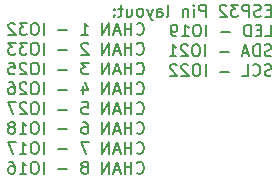
<source format=gbo>
G04 #@! TF.GenerationSoftware,KiCad,Pcbnew,(5.1.10)-1*
G04 #@! TF.CreationDate,2021-12-04T14:44:31-06:00*
G04 #@! TF.ProjectId,ESP32LedDriverV2,45535033-324c-4656-9444-726976657256,rev?*
G04 #@! TF.SameCoordinates,Original*
G04 #@! TF.FileFunction,Legend,Bot*
G04 #@! TF.FilePolarity,Positive*
%FSLAX46Y46*%
G04 Gerber Fmt 4.6, Leading zero omitted, Abs format (unit mm)*
G04 Created by KiCad (PCBNEW (5.1.10)-1) date 2021-12-04 14:44:31*
%MOMM*%
%LPD*%
G01*
G04 APERTURE LIST*
%ADD10C,0.180000*%
%ADD11O,1.700000X1.700000*%
%ADD12R,1.700000X1.700000*%
%ADD13C,3.200000*%
%ADD14O,1.600000X1.600000*%
%ADD15R,1.600000X1.600000*%
%ADD16C,1.498600*%
%ADD17R,1.498600X1.498600*%
%ADD18C,1.800000*%
%ADD19O,1.500000X2.300000*%
%ADD20R,1.500000X2.300000*%
%ADD21C,2.000000*%
%ADD22O,1.905000X2.000000*%
%ADD23R,1.905000X2.000000*%
%ADD24C,3.000000*%
%ADD25C,2.600000*%
%ADD26R,2.600000X2.600000*%
%ADD27C,3.500000*%
%ADD28R,3.200000X3.200000*%
%ADD29C,1.600000*%
G04 APERTURE END LIST*
D10*
X56335676Y-70172142D02*
X56383295Y-70219761D01*
X56526152Y-70267380D01*
X56621390Y-70267380D01*
X56764247Y-70219761D01*
X56859485Y-70124523D01*
X56907104Y-70029285D01*
X56954723Y-69838809D01*
X56954723Y-69695952D01*
X56907104Y-69505476D01*
X56859485Y-69410238D01*
X56764247Y-69315000D01*
X56621390Y-69267380D01*
X56526152Y-69267380D01*
X56383295Y-69315000D01*
X56335676Y-69362619D01*
X55907104Y-70267380D02*
X55907104Y-69267380D01*
X55907104Y-69743571D02*
X55335676Y-69743571D01*
X55335676Y-70267380D02*
X55335676Y-69267380D01*
X54907104Y-69981666D02*
X54430914Y-69981666D01*
X55002342Y-70267380D02*
X54669009Y-69267380D01*
X54335676Y-70267380D01*
X54002342Y-70267380D02*
X54002342Y-69267380D01*
X53430914Y-70267380D01*
X53430914Y-69267380D01*
X51669009Y-70267380D02*
X52240438Y-70267380D01*
X51954723Y-70267380D02*
X51954723Y-69267380D01*
X52049961Y-69410238D01*
X52145200Y-69505476D01*
X52240438Y-69553095D01*
X50478533Y-69886428D02*
X49716628Y-69886428D01*
X48478533Y-70267380D02*
X48478533Y-69267380D01*
X47811866Y-69267380D02*
X47621390Y-69267380D01*
X47526152Y-69315000D01*
X47430914Y-69410238D01*
X47383295Y-69600714D01*
X47383295Y-69934047D01*
X47430914Y-70124523D01*
X47526152Y-70219761D01*
X47621390Y-70267380D01*
X47811866Y-70267380D01*
X47907104Y-70219761D01*
X48002342Y-70124523D01*
X48049961Y-69934047D01*
X48049961Y-69600714D01*
X48002342Y-69410238D01*
X47907104Y-69315000D01*
X47811866Y-69267380D01*
X47049961Y-69267380D02*
X46430914Y-69267380D01*
X46764247Y-69648333D01*
X46621390Y-69648333D01*
X46526152Y-69695952D01*
X46478533Y-69743571D01*
X46430914Y-69838809D01*
X46430914Y-70076904D01*
X46478533Y-70172142D01*
X46526152Y-70219761D01*
X46621390Y-70267380D01*
X46907104Y-70267380D01*
X47002342Y-70219761D01*
X47049961Y-70172142D01*
X46049961Y-69362619D02*
X46002342Y-69315000D01*
X45907104Y-69267380D01*
X45669009Y-69267380D01*
X45573771Y-69315000D01*
X45526152Y-69362619D01*
X45478533Y-69457857D01*
X45478533Y-69553095D01*
X45526152Y-69695952D01*
X46097580Y-70267380D01*
X45478533Y-70267380D01*
X56335676Y-71852142D02*
X56383295Y-71899761D01*
X56526152Y-71947380D01*
X56621390Y-71947380D01*
X56764247Y-71899761D01*
X56859485Y-71804523D01*
X56907104Y-71709285D01*
X56954723Y-71518809D01*
X56954723Y-71375952D01*
X56907104Y-71185476D01*
X56859485Y-71090238D01*
X56764247Y-70995000D01*
X56621390Y-70947380D01*
X56526152Y-70947380D01*
X56383295Y-70995000D01*
X56335676Y-71042619D01*
X55907104Y-71947380D02*
X55907104Y-70947380D01*
X55907104Y-71423571D02*
X55335676Y-71423571D01*
X55335676Y-71947380D02*
X55335676Y-70947380D01*
X54907104Y-71661666D02*
X54430914Y-71661666D01*
X55002342Y-71947380D02*
X54669009Y-70947380D01*
X54335676Y-71947380D01*
X54002342Y-71947380D02*
X54002342Y-70947380D01*
X53430914Y-71947380D01*
X53430914Y-70947380D01*
X52240438Y-71042619D02*
X52192819Y-70995000D01*
X52097580Y-70947380D01*
X51859485Y-70947380D01*
X51764247Y-70995000D01*
X51716628Y-71042619D01*
X51669009Y-71137857D01*
X51669009Y-71233095D01*
X51716628Y-71375952D01*
X52288057Y-71947380D01*
X51669009Y-71947380D01*
X50478533Y-71566428D02*
X49716628Y-71566428D01*
X48478533Y-71947380D02*
X48478533Y-70947380D01*
X47811866Y-70947380D02*
X47621390Y-70947380D01*
X47526152Y-70995000D01*
X47430914Y-71090238D01*
X47383295Y-71280714D01*
X47383295Y-71614047D01*
X47430914Y-71804523D01*
X47526152Y-71899761D01*
X47621390Y-71947380D01*
X47811866Y-71947380D01*
X47907104Y-71899761D01*
X48002342Y-71804523D01*
X48049961Y-71614047D01*
X48049961Y-71280714D01*
X48002342Y-71090238D01*
X47907104Y-70995000D01*
X47811866Y-70947380D01*
X47049961Y-70947380D02*
X46430914Y-70947380D01*
X46764247Y-71328333D01*
X46621390Y-71328333D01*
X46526152Y-71375952D01*
X46478533Y-71423571D01*
X46430914Y-71518809D01*
X46430914Y-71756904D01*
X46478533Y-71852142D01*
X46526152Y-71899761D01*
X46621390Y-71947380D01*
X46907104Y-71947380D01*
X47002342Y-71899761D01*
X47049961Y-71852142D01*
X46097580Y-70947380D02*
X45478533Y-70947380D01*
X45811866Y-71328333D01*
X45669009Y-71328333D01*
X45573771Y-71375952D01*
X45526152Y-71423571D01*
X45478533Y-71518809D01*
X45478533Y-71756904D01*
X45526152Y-71852142D01*
X45573771Y-71899761D01*
X45669009Y-71947380D01*
X45954723Y-71947380D01*
X46049961Y-71899761D01*
X46097580Y-71852142D01*
X56335676Y-73532142D02*
X56383295Y-73579761D01*
X56526152Y-73627380D01*
X56621390Y-73627380D01*
X56764247Y-73579761D01*
X56859485Y-73484523D01*
X56907104Y-73389285D01*
X56954723Y-73198809D01*
X56954723Y-73055952D01*
X56907104Y-72865476D01*
X56859485Y-72770238D01*
X56764247Y-72675000D01*
X56621390Y-72627380D01*
X56526152Y-72627380D01*
X56383295Y-72675000D01*
X56335676Y-72722619D01*
X55907104Y-73627380D02*
X55907104Y-72627380D01*
X55907104Y-73103571D02*
X55335676Y-73103571D01*
X55335676Y-73627380D02*
X55335676Y-72627380D01*
X54907104Y-73341666D02*
X54430914Y-73341666D01*
X55002342Y-73627380D02*
X54669009Y-72627380D01*
X54335676Y-73627380D01*
X54002342Y-73627380D02*
X54002342Y-72627380D01*
X53430914Y-73627380D01*
X53430914Y-72627380D01*
X52288057Y-72627380D02*
X51669009Y-72627380D01*
X52002342Y-73008333D01*
X51859485Y-73008333D01*
X51764247Y-73055952D01*
X51716628Y-73103571D01*
X51669009Y-73198809D01*
X51669009Y-73436904D01*
X51716628Y-73532142D01*
X51764247Y-73579761D01*
X51859485Y-73627380D01*
X52145200Y-73627380D01*
X52240438Y-73579761D01*
X52288057Y-73532142D01*
X50478533Y-73246428D02*
X49716628Y-73246428D01*
X48478533Y-73627380D02*
X48478533Y-72627380D01*
X47811866Y-72627380D02*
X47621390Y-72627380D01*
X47526152Y-72675000D01*
X47430914Y-72770238D01*
X47383295Y-72960714D01*
X47383295Y-73294047D01*
X47430914Y-73484523D01*
X47526152Y-73579761D01*
X47621390Y-73627380D01*
X47811866Y-73627380D01*
X47907104Y-73579761D01*
X48002342Y-73484523D01*
X48049961Y-73294047D01*
X48049961Y-72960714D01*
X48002342Y-72770238D01*
X47907104Y-72675000D01*
X47811866Y-72627380D01*
X47002342Y-72722619D02*
X46954723Y-72675000D01*
X46859485Y-72627380D01*
X46621390Y-72627380D01*
X46526152Y-72675000D01*
X46478533Y-72722619D01*
X46430914Y-72817857D01*
X46430914Y-72913095D01*
X46478533Y-73055952D01*
X47049961Y-73627380D01*
X46430914Y-73627380D01*
X45526152Y-72627380D02*
X46002342Y-72627380D01*
X46049961Y-73103571D01*
X46002342Y-73055952D01*
X45907104Y-73008333D01*
X45669009Y-73008333D01*
X45573771Y-73055952D01*
X45526152Y-73103571D01*
X45478533Y-73198809D01*
X45478533Y-73436904D01*
X45526152Y-73532142D01*
X45573771Y-73579761D01*
X45669009Y-73627380D01*
X45907104Y-73627380D01*
X46002342Y-73579761D01*
X46049961Y-73532142D01*
X56335676Y-75212142D02*
X56383295Y-75259761D01*
X56526152Y-75307380D01*
X56621390Y-75307380D01*
X56764247Y-75259761D01*
X56859485Y-75164523D01*
X56907104Y-75069285D01*
X56954723Y-74878809D01*
X56954723Y-74735952D01*
X56907104Y-74545476D01*
X56859485Y-74450238D01*
X56764247Y-74355000D01*
X56621390Y-74307380D01*
X56526152Y-74307380D01*
X56383295Y-74355000D01*
X56335676Y-74402619D01*
X55907104Y-75307380D02*
X55907104Y-74307380D01*
X55907104Y-74783571D02*
X55335676Y-74783571D01*
X55335676Y-75307380D02*
X55335676Y-74307380D01*
X54907104Y-75021666D02*
X54430914Y-75021666D01*
X55002342Y-75307380D02*
X54669009Y-74307380D01*
X54335676Y-75307380D01*
X54002342Y-75307380D02*
X54002342Y-74307380D01*
X53430914Y-75307380D01*
X53430914Y-74307380D01*
X51764247Y-74640714D02*
X51764247Y-75307380D01*
X52002342Y-74259761D02*
X52240438Y-74974047D01*
X51621390Y-74974047D01*
X50478533Y-74926428D02*
X49716628Y-74926428D01*
X48478533Y-75307380D02*
X48478533Y-74307380D01*
X47811866Y-74307380D02*
X47621390Y-74307380D01*
X47526152Y-74355000D01*
X47430914Y-74450238D01*
X47383295Y-74640714D01*
X47383295Y-74974047D01*
X47430914Y-75164523D01*
X47526152Y-75259761D01*
X47621390Y-75307380D01*
X47811866Y-75307380D01*
X47907104Y-75259761D01*
X48002342Y-75164523D01*
X48049961Y-74974047D01*
X48049961Y-74640714D01*
X48002342Y-74450238D01*
X47907104Y-74355000D01*
X47811866Y-74307380D01*
X47002342Y-74402619D02*
X46954723Y-74355000D01*
X46859485Y-74307380D01*
X46621390Y-74307380D01*
X46526152Y-74355000D01*
X46478533Y-74402619D01*
X46430914Y-74497857D01*
X46430914Y-74593095D01*
X46478533Y-74735952D01*
X47049961Y-75307380D01*
X46430914Y-75307380D01*
X45573771Y-74307380D02*
X45764247Y-74307380D01*
X45859485Y-74355000D01*
X45907104Y-74402619D01*
X46002342Y-74545476D01*
X46049961Y-74735952D01*
X46049961Y-75116904D01*
X46002342Y-75212142D01*
X45954723Y-75259761D01*
X45859485Y-75307380D01*
X45669009Y-75307380D01*
X45573771Y-75259761D01*
X45526152Y-75212142D01*
X45478533Y-75116904D01*
X45478533Y-74878809D01*
X45526152Y-74783571D01*
X45573771Y-74735952D01*
X45669009Y-74688333D01*
X45859485Y-74688333D01*
X45954723Y-74735952D01*
X46002342Y-74783571D01*
X46049961Y-74878809D01*
X56335676Y-76892142D02*
X56383295Y-76939761D01*
X56526152Y-76987380D01*
X56621390Y-76987380D01*
X56764247Y-76939761D01*
X56859485Y-76844523D01*
X56907104Y-76749285D01*
X56954723Y-76558809D01*
X56954723Y-76415952D01*
X56907104Y-76225476D01*
X56859485Y-76130238D01*
X56764247Y-76035000D01*
X56621390Y-75987380D01*
X56526152Y-75987380D01*
X56383295Y-76035000D01*
X56335676Y-76082619D01*
X55907104Y-76987380D02*
X55907104Y-75987380D01*
X55907104Y-76463571D02*
X55335676Y-76463571D01*
X55335676Y-76987380D02*
X55335676Y-75987380D01*
X54907104Y-76701666D02*
X54430914Y-76701666D01*
X55002342Y-76987380D02*
X54669009Y-75987380D01*
X54335676Y-76987380D01*
X54002342Y-76987380D02*
X54002342Y-75987380D01*
X53430914Y-76987380D01*
X53430914Y-75987380D01*
X51716628Y-75987380D02*
X52192819Y-75987380D01*
X52240438Y-76463571D01*
X52192819Y-76415952D01*
X52097580Y-76368333D01*
X51859485Y-76368333D01*
X51764247Y-76415952D01*
X51716628Y-76463571D01*
X51669009Y-76558809D01*
X51669009Y-76796904D01*
X51716628Y-76892142D01*
X51764247Y-76939761D01*
X51859485Y-76987380D01*
X52097580Y-76987380D01*
X52192819Y-76939761D01*
X52240438Y-76892142D01*
X50478533Y-76606428D02*
X49716628Y-76606428D01*
X48478533Y-76987380D02*
X48478533Y-75987380D01*
X47811866Y-75987380D02*
X47621390Y-75987380D01*
X47526152Y-76035000D01*
X47430914Y-76130238D01*
X47383295Y-76320714D01*
X47383295Y-76654047D01*
X47430914Y-76844523D01*
X47526152Y-76939761D01*
X47621390Y-76987380D01*
X47811866Y-76987380D01*
X47907104Y-76939761D01*
X48002342Y-76844523D01*
X48049961Y-76654047D01*
X48049961Y-76320714D01*
X48002342Y-76130238D01*
X47907104Y-76035000D01*
X47811866Y-75987380D01*
X47002342Y-76082619D02*
X46954723Y-76035000D01*
X46859485Y-75987380D01*
X46621390Y-75987380D01*
X46526152Y-76035000D01*
X46478533Y-76082619D01*
X46430914Y-76177857D01*
X46430914Y-76273095D01*
X46478533Y-76415952D01*
X47049961Y-76987380D01*
X46430914Y-76987380D01*
X46097580Y-75987380D02*
X45430914Y-75987380D01*
X45859485Y-76987380D01*
X56335676Y-78572142D02*
X56383295Y-78619761D01*
X56526152Y-78667380D01*
X56621390Y-78667380D01*
X56764247Y-78619761D01*
X56859485Y-78524523D01*
X56907104Y-78429285D01*
X56954723Y-78238809D01*
X56954723Y-78095952D01*
X56907104Y-77905476D01*
X56859485Y-77810238D01*
X56764247Y-77715000D01*
X56621390Y-77667380D01*
X56526152Y-77667380D01*
X56383295Y-77715000D01*
X56335676Y-77762619D01*
X55907104Y-78667380D02*
X55907104Y-77667380D01*
X55907104Y-78143571D02*
X55335676Y-78143571D01*
X55335676Y-78667380D02*
X55335676Y-77667380D01*
X54907104Y-78381666D02*
X54430914Y-78381666D01*
X55002342Y-78667380D02*
X54669009Y-77667380D01*
X54335676Y-78667380D01*
X54002342Y-78667380D02*
X54002342Y-77667380D01*
X53430914Y-78667380D01*
X53430914Y-77667380D01*
X51764247Y-77667380D02*
X51954723Y-77667380D01*
X52049961Y-77715000D01*
X52097580Y-77762619D01*
X52192819Y-77905476D01*
X52240438Y-78095952D01*
X52240438Y-78476904D01*
X52192819Y-78572142D01*
X52145200Y-78619761D01*
X52049961Y-78667380D01*
X51859485Y-78667380D01*
X51764247Y-78619761D01*
X51716628Y-78572142D01*
X51669009Y-78476904D01*
X51669009Y-78238809D01*
X51716628Y-78143571D01*
X51764247Y-78095952D01*
X51859485Y-78048333D01*
X52049961Y-78048333D01*
X52145200Y-78095952D01*
X52192819Y-78143571D01*
X52240438Y-78238809D01*
X50478533Y-78286428D02*
X49716628Y-78286428D01*
X48478533Y-78667380D02*
X48478533Y-77667380D01*
X47811866Y-77667380D02*
X47621390Y-77667380D01*
X47526152Y-77715000D01*
X47430914Y-77810238D01*
X47383295Y-78000714D01*
X47383295Y-78334047D01*
X47430914Y-78524523D01*
X47526152Y-78619761D01*
X47621390Y-78667380D01*
X47811866Y-78667380D01*
X47907104Y-78619761D01*
X48002342Y-78524523D01*
X48049961Y-78334047D01*
X48049961Y-78000714D01*
X48002342Y-77810238D01*
X47907104Y-77715000D01*
X47811866Y-77667380D01*
X46430914Y-78667380D02*
X47002342Y-78667380D01*
X46716628Y-78667380D02*
X46716628Y-77667380D01*
X46811866Y-77810238D01*
X46907104Y-77905476D01*
X47002342Y-77953095D01*
X45859485Y-78095952D02*
X45954723Y-78048333D01*
X46002342Y-78000714D01*
X46049961Y-77905476D01*
X46049961Y-77857857D01*
X46002342Y-77762619D01*
X45954723Y-77715000D01*
X45859485Y-77667380D01*
X45669009Y-77667380D01*
X45573771Y-77715000D01*
X45526152Y-77762619D01*
X45478533Y-77857857D01*
X45478533Y-77905476D01*
X45526152Y-78000714D01*
X45573771Y-78048333D01*
X45669009Y-78095952D01*
X45859485Y-78095952D01*
X45954723Y-78143571D01*
X46002342Y-78191190D01*
X46049961Y-78286428D01*
X46049961Y-78476904D01*
X46002342Y-78572142D01*
X45954723Y-78619761D01*
X45859485Y-78667380D01*
X45669009Y-78667380D01*
X45573771Y-78619761D01*
X45526152Y-78572142D01*
X45478533Y-78476904D01*
X45478533Y-78286428D01*
X45526152Y-78191190D01*
X45573771Y-78143571D01*
X45669009Y-78095952D01*
X56335676Y-80252142D02*
X56383295Y-80299761D01*
X56526152Y-80347380D01*
X56621390Y-80347380D01*
X56764247Y-80299761D01*
X56859485Y-80204523D01*
X56907104Y-80109285D01*
X56954723Y-79918809D01*
X56954723Y-79775952D01*
X56907104Y-79585476D01*
X56859485Y-79490238D01*
X56764247Y-79395000D01*
X56621390Y-79347380D01*
X56526152Y-79347380D01*
X56383295Y-79395000D01*
X56335676Y-79442619D01*
X55907104Y-80347380D02*
X55907104Y-79347380D01*
X55907104Y-79823571D02*
X55335676Y-79823571D01*
X55335676Y-80347380D02*
X55335676Y-79347380D01*
X54907104Y-80061666D02*
X54430914Y-80061666D01*
X55002342Y-80347380D02*
X54669009Y-79347380D01*
X54335676Y-80347380D01*
X54002342Y-80347380D02*
X54002342Y-79347380D01*
X53430914Y-80347380D01*
X53430914Y-79347380D01*
X52288057Y-79347380D02*
X51621390Y-79347380D01*
X52049961Y-80347380D01*
X50478533Y-79966428D02*
X49716628Y-79966428D01*
X48478533Y-80347380D02*
X48478533Y-79347380D01*
X47811866Y-79347380D02*
X47621390Y-79347380D01*
X47526152Y-79395000D01*
X47430914Y-79490238D01*
X47383295Y-79680714D01*
X47383295Y-80014047D01*
X47430914Y-80204523D01*
X47526152Y-80299761D01*
X47621390Y-80347380D01*
X47811866Y-80347380D01*
X47907104Y-80299761D01*
X48002342Y-80204523D01*
X48049961Y-80014047D01*
X48049961Y-79680714D01*
X48002342Y-79490238D01*
X47907104Y-79395000D01*
X47811866Y-79347380D01*
X46430914Y-80347380D02*
X47002342Y-80347380D01*
X46716628Y-80347380D02*
X46716628Y-79347380D01*
X46811866Y-79490238D01*
X46907104Y-79585476D01*
X47002342Y-79633095D01*
X46097580Y-79347380D02*
X45430914Y-79347380D01*
X45859485Y-80347380D01*
X56335676Y-81932142D02*
X56383295Y-81979761D01*
X56526152Y-82027380D01*
X56621390Y-82027380D01*
X56764247Y-81979761D01*
X56859485Y-81884523D01*
X56907104Y-81789285D01*
X56954723Y-81598809D01*
X56954723Y-81455952D01*
X56907104Y-81265476D01*
X56859485Y-81170238D01*
X56764247Y-81075000D01*
X56621390Y-81027380D01*
X56526152Y-81027380D01*
X56383295Y-81075000D01*
X56335676Y-81122619D01*
X55907104Y-82027380D02*
X55907104Y-81027380D01*
X55907104Y-81503571D02*
X55335676Y-81503571D01*
X55335676Y-82027380D02*
X55335676Y-81027380D01*
X54907104Y-81741666D02*
X54430914Y-81741666D01*
X55002342Y-82027380D02*
X54669009Y-81027380D01*
X54335676Y-82027380D01*
X54002342Y-82027380D02*
X54002342Y-81027380D01*
X53430914Y-82027380D01*
X53430914Y-81027380D01*
X52049961Y-81455952D02*
X52145200Y-81408333D01*
X52192819Y-81360714D01*
X52240438Y-81265476D01*
X52240438Y-81217857D01*
X52192819Y-81122619D01*
X52145200Y-81075000D01*
X52049961Y-81027380D01*
X51859485Y-81027380D01*
X51764247Y-81075000D01*
X51716628Y-81122619D01*
X51669009Y-81217857D01*
X51669009Y-81265476D01*
X51716628Y-81360714D01*
X51764247Y-81408333D01*
X51859485Y-81455952D01*
X52049961Y-81455952D01*
X52145200Y-81503571D01*
X52192819Y-81551190D01*
X52240438Y-81646428D01*
X52240438Y-81836904D01*
X52192819Y-81932142D01*
X52145200Y-81979761D01*
X52049961Y-82027380D01*
X51859485Y-82027380D01*
X51764247Y-81979761D01*
X51716628Y-81932142D01*
X51669009Y-81836904D01*
X51669009Y-81646428D01*
X51716628Y-81551190D01*
X51764247Y-81503571D01*
X51859485Y-81455952D01*
X50478533Y-81646428D02*
X49716628Y-81646428D01*
X48478533Y-82027380D02*
X48478533Y-81027380D01*
X47811866Y-81027380D02*
X47621390Y-81027380D01*
X47526152Y-81075000D01*
X47430914Y-81170238D01*
X47383295Y-81360714D01*
X47383295Y-81694047D01*
X47430914Y-81884523D01*
X47526152Y-81979761D01*
X47621390Y-82027380D01*
X47811866Y-82027380D01*
X47907104Y-81979761D01*
X48002342Y-81884523D01*
X48049961Y-81694047D01*
X48049961Y-81360714D01*
X48002342Y-81170238D01*
X47907104Y-81075000D01*
X47811866Y-81027380D01*
X46430914Y-82027380D02*
X47002342Y-82027380D01*
X46716628Y-82027380D02*
X46716628Y-81027380D01*
X46811866Y-81170238D01*
X46907104Y-81265476D01*
X47002342Y-81313095D01*
X45573771Y-81027380D02*
X45764247Y-81027380D01*
X45859485Y-81075000D01*
X45907104Y-81122619D01*
X46002342Y-81265476D01*
X46049961Y-81455952D01*
X46049961Y-81836904D01*
X46002342Y-81932142D01*
X45954723Y-81979761D01*
X45859485Y-82027380D01*
X45669009Y-82027380D01*
X45573771Y-81979761D01*
X45526152Y-81932142D01*
X45478533Y-81836904D01*
X45478533Y-81598809D01*
X45526152Y-81503571D01*
X45573771Y-81455952D01*
X45669009Y-81408333D01*
X45859485Y-81408333D01*
X45954723Y-81455952D01*
X46002342Y-81503571D01*
X46049961Y-81598809D01*
X67702104Y-68199571D02*
X67368771Y-68199571D01*
X67225914Y-68723380D02*
X67702104Y-68723380D01*
X67702104Y-67723380D01*
X67225914Y-67723380D01*
X66844961Y-68675761D02*
X66702104Y-68723380D01*
X66464009Y-68723380D01*
X66368771Y-68675761D01*
X66321152Y-68628142D01*
X66273533Y-68532904D01*
X66273533Y-68437666D01*
X66321152Y-68342428D01*
X66368771Y-68294809D01*
X66464009Y-68247190D01*
X66654485Y-68199571D01*
X66749723Y-68151952D01*
X66797342Y-68104333D01*
X66844961Y-68009095D01*
X66844961Y-67913857D01*
X66797342Y-67818619D01*
X66749723Y-67771000D01*
X66654485Y-67723380D01*
X66416390Y-67723380D01*
X66273533Y-67771000D01*
X65844961Y-68723380D02*
X65844961Y-67723380D01*
X65464009Y-67723380D01*
X65368771Y-67771000D01*
X65321152Y-67818619D01*
X65273533Y-67913857D01*
X65273533Y-68056714D01*
X65321152Y-68151952D01*
X65368771Y-68199571D01*
X65464009Y-68247190D01*
X65844961Y-68247190D01*
X64940200Y-67723380D02*
X64321152Y-67723380D01*
X64654485Y-68104333D01*
X64511628Y-68104333D01*
X64416390Y-68151952D01*
X64368771Y-68199571D01*
X64321152Y-68294809D01*
X64321152Y-68532904D01*
X64368771Y-68628142D01*
X64416390Y-68675761D01*
X64511628Y-68723380D01*
X64797342Y-68723380D01*
X64892580Y-68675761D01*
X64940200Y-68628142D01*
X63940200Y-67818619D02*
X63892580Y-67771000D01*
X63797342Y-67723380D01*
X63559247Y-67723380D01*
X63464009Y-67771000D01*
X63416390Y-67818619D01*
X63368771Y-67913857D01*
X63368771Y-68009095D01*
X63416390Y-68151952D01*
X63987819Y-68723380D01*
X63368771Y-68723380D01*
X62178295Y-68723380D02*
X62178295Y-67723380D01*
X61797342Y-67723380D01*
X61702104Y-67771000D01*
X61654485Y-67818619D01*
X61606866Y-67913857D01*
X61606866Y-68056714D01*
X61654485Y-68151952D01*
X61702104Y-68199571D01*
X61797342Y-68247190D01*
X62178295Y-68247190D01*
X61178295Y-68723380D02*
X61178295Y-68056714D01*
X61178295Y-67723380D02*
X61225914Y-67771000D01*
X61178295Y-67818619D01*
X61130676Y-67771000D01*
X61178295Y-67723380D01*
X61178295Y-67818619D01*
X60702104Y-68056714D02*
X60702104Y-68723380D01*
X60702104Y-68151952D02*
X60654485Y-68104333D01*
X60559247Y-68056714D01*
X60416390Y-68056714D01*
X60321152Y-68104333D01*
X60273533Y-68199571D01*
X60273533Y-68723380D01*
X58892580Y-68723380D02*
X58987819Y-68675761D01*
X59035438Y-68580523D01*
X59035438Y-67723380D01*
X58083057Y-68723380D02*
X58083057Y-68199571D01*
X58130676Y-68104333D01*
X58225914Y-68056714D01*
X58416390Y-68056714D01*
X58511628Y-68104333D01*
X58083057Y-68675761D02*
X58178295Y-68723380D01*
X58416390Y-68723380D01*
X58511628Y-68675761D01*
X58559247Y-68580523D01*
X58559247Y-68485285D01*
X58511628Y-68390047D01*
X58416390Y-68342428D01*
X58178295Y-68342428D01*
X58083057Y-68294809D01*
X57702104Y-68056714D02*
X57464009Y-68723380D01*
X57225914Y-68056714D02*
X57464009Y-68723380D01*
X57559247Y-68961476D01*
X57606866Y-69009095D01*
X57702104Y-69056714D01*
X56702104Y-68723380D02*
X56797342Y-68675761D01*
X56844961Y-68628142D01*
X56892580Y-68532904D01*
X56892580Y-68247190D01*
X56844961Y-68151952D01*
X56797342Y-68104333D01*
X56702104Y-68056714D01*
X56559247Y-68056714D01*
X56464009Y-68104333D01*
X56416390Y-68151952D01*
X56368771Y-68247190D01*
X56368771Y-68532904D01*
X56416390Y-68628142D01*
X56464009Y-68675761D01*
X56559247Y-68723380D01*
X56702104Y-68723380D01*
X55511628Y-68056714D02*
X55511628Y-68723380D01*
X55940200Y-68056714D02*
X55940200Y-68580523D01*
X55892580Y-68675761D01*
X55797342Y-68723380D01*
X55654485Y-68723380D01*
X55559247Y-68675761D01*
X55511628Y-68628142D01*
X55178295Y-68056714D02*
X54797342Y-68056714D01*
X55035438Y-67723380D02*
X55035438Y-68580523D01*
X54987819Y-68675761D01*
X54892580Y-68723380D01*
X54797342Y-68723380D01*
X54464009Y-68628142D02*
X54416390Y-68675761D01*
X54464009Y-68723380D01*
X54511628Y-68675761D01*
X54464009Y-68628142D01*
X54464009Y-68723380D01*
X54464009Y-68104333D02*
X54416390Y-68151952D01*
X54464009Y-68199571D01*
X54511628Y-68151952D01*
X54464009Y-68104333D01*
X54464009Y-68199571D01*
X67225914Y-70403380D02*
X67702104Y-70403380D01*
X67702104Y-69403380D01*
X66892580Y-69879571D02*
X66559247Y-69879571D01*
X66416390Y-70403380D02*
X66892580Y-70403380D01*
X66892580Y-69403380D01*
X66416390Y-69403380D01*
X65987819Y-70403380D02*
X65987819Y-69403380D01*
X65749723Y-69403380D01*
X65606866Y-69451000D01*
X65511628Y-69546238D01*
X65464009Y-69641476D01*
X65416390Y-69831952D01*
X65416390Y-69974809D01*
X65464009Y-70165285D01*
X65511628Y-70260523D01*
X65606866Y-70355761D01*
X65749723Y-70403380D01*
X65987819Y-70403380D01*
X64225914Y-70022428D02*
X63464009Y-70022428D01*
X62225914Y-70403380D02*
X62225914Y-69403380D01*
X61559247Y-69403380D02*
X61368771Y-69403380D01*
X61273533Y-69451000D01*
X61178295Y-69546238D01*
X61130676Y-69736714D01*
X61130676Y-70070047D01*
X61178295Y-70260523D01*
X61273533Y-70355761D01*
X61368771Y-70403380D01*
X61559247Y-70403380D01*
X61654485Y-70355761D01*
X61749723Y-70260523D01*
X61797342Y-70070047D01*
X61797342Y-69736714D01*
X61749723Y-69546238D01*
X61654485Y-69451000D01*
X61559247Y-69403380D01*
X60178295Y-70403380D02*
X60749723Y-70403380D01*
X60464009Y-70403380D02*
X60464009Y-69403380D01*
X60559247Y-69546238D01*
X60654485Y-69641476D01*
X60749723Y-69689095D01*
X59702104Y-70403380D02*
X59511628Y-70403380D01*
X59416390Y-70355761D01*
X59368771Y-70308142D01*
X59273533Y-70165285D01*
X59225914Y-69974809D01*
X59225914Y-69593857D01*
X59273533Y-69498619D01*
X59321152Y-69451000D01*
X59416390Y-69403380D01*
X59606866Y-69403380D01*
X59702104Y-69451000D01*
X59749723Y-69498619D01*
X59797342Y-69593857D01*
X59797342Y-69831952D01*
X59749723Y-69927190D01*
X59702104Y-69974809D01*
X59606866Y-70022428D01*
X59416390Y-70022428D01*
X59321152Y-69974809D01*
X59273533Y-69927190D01*
X59225914Y-69831952D01*
X67749723Y-72035761D02*
X67606866Y-72083380D01*
X67368771Y-72083380D01*
X67273533Y-72035761D01*
X67225914Y-71988142D01*
X67178295Y-71892904D01*
X67178295Y-71797666D01*
X67225914Y-71702428D01*
X67273533Y-71654809D01*
X67368771Y-71607190D01*
X67559247Y-71559571D01*
X67654485Y-71511952D01*
X67702104Y-71464333D01*
X67749723Y-71369095D01*
X67749723Y-71273857D01*
X67702104Y-71178619D01*
X67654485Y-71131000D01*
X67559247Y-71083380D01*
X67321152Y-71083380D01*
X67178295Y-71131000D01*
X66749723Y-72083380D02*
X66749723Y-71083380D01*
X66511628Y-71083380D01*
X66368771Y-71131000D01*
X66273533Y-71226238D01*
X66225914Y-71321476D01*
X66178295Y-71511952D01*
X66178295Y-71654809D01*
X66225914Y-71845285D01*
X66273533Y-71940523D01*
X66368771Y-72035761D01*
X66511628Y-72083380D01*
X66749723Y-72083380D01*
X65797342Y-71797666D02*
X65321152Y-71797666D01*
X65892580Y-72083380D02*
X65559247Y-71083380D01*
X65225914Y-72083380D01*
X64130676Y-71702428D02*
X63368771Y-71702428D01*
X62130676Y-72083380D02*
X62130676Y-71083380D01*
X61464009Y-71083380D02*
X61273533Y-71083380D01*
X61178295Y-71131000D01*
X61083057Y-71226238D01*
X61035438Y-71416714D01*
X61035438Y-71750047D01*
X61083057Y-71940523D01*
X61178295Y-72035761D01*
X61273533Y-72083380D01*
X61464009Y-72083380D01*
X61559247Y-72035761D01*
X61654485Y-71940523D01*
X61702104Y-71750047D01*
X61702104Y-71416714D01*
X61654485Y-71226238D01*
X61559247Y-71131000D01*
X61464009Y-71083380D01*
X60654485Y-71178619D02*
X60606866Y-71131000D01*
X60511628Y-71083380D01*
X60273533Y-71083380D01*
X60178295Y-71131000D01*
X60130676Y-71178619D01*
X60083057Y-71273857D01*
X60083057Y-71369095D01*
X60130676Y-71511952D01*
X60702104Y-72083380D01*
X60083057Y-72083380D01*
X59130676Y-72083380D02*
X59702104Y-72083380D01*
X59416390Y-72083380D02*
X59416390Y-71083380D01*
X59511628Y-71226238D01*
X59606866Y-71321476D01*
X59702104Y-71369095D01*
X67749723Y-73715761D02*
X67606866Y-73763380D01*
X67368771Y-73763380D01*
X67273533Y-73715761D01*
X67225914Y-73668142D01*
X67178295Y-73572904D01*
X67178295Y-73477666D01*
X67225914Y-73382428D01*
X67273533Y-73334809D01*
X67368771Y-73287190D01*
X67559247Y-73239571D01*
X67654485Y-73191952D01*
X67702104Y-73144333D01*
X67749723Y-73049095D01*
X67749723Y-72953857D01*
X67702104Y-72858619D01*
X67654485Y-72811000D01*
X67559247Y-72763380D01*
X67321152Y-72763380D01*
X67178295Y-72811000D01*
X66178295Y-73668142D02*
X66225914Y-73715761D01*
X66368771Y-73763380D01*
X66464009Y-73763380D01*
X66606866Y-73715761D01*
X66702104Y-73620523D01*
X66749723Y-73525285D01*
X66797342Y-73334809D01*
X66797342Y-73191952D01*
X66749723Y-73001476D01*
X66702104Y-72906238D01*
X66606866Y-72811000D01*
X66464009Y-72763380D01*
X66368771Y-72763380D01*
X66225914Y-72811000D01*
X66178295Y-72858619D01*
X65273533Y-73763380D02*
X65749723Y-73763380D01*
X65749723Y-72763380D01*
X64178295Y-73382428D02*
X63416390Y-73382428D01*
X62178295Y-73763380D02*
X62178295Y-72763380D01*
X61511628Y-72763380D02*
X61321152Y-72763380D01*
X61225914Y-72811000D01*
X61130676Y-72906238D01*
X61083057Y-73096714D01*
X61083057Y-73430047D01*
X61130676Y-73620523D01*
X61225914Y-73715761D01*
X61321152Y-73763380D01*
X61511628Y-73763380D01*
X61606866Y-73715761D01*
X61702104Y-73620523D01*
X61749723Y-73430047D01*
X61749723Y-73096714D01*
X61702104Y-72906238D01*
X61606866Y-72811000D01*
X61511628Y-72763380D01*
X60702104Y-72858619D02*
X60654485Y-72811000D01*
X60559247Y-72763380D01*
X60321152Y-72763380D01*
X60225914Y-72811000D01*
X60178295Y-72858619D01*
X60130676Y-72953857D01*
X60130676Y-73049095D01*
X60178295Y-73191952D01*
X60749723Y-73763380D01*
X60130676Y-73763380D01*
X59749723Y-72858619D02*
X59702104Y-72811000D01*
X59606866Y-72763380D01*
X59368771Y-72763380D01*
X59273533Y-72811000D01*
X59225914Y-72858619D01*
X59178295Y-72953857D01*
X59178295Y-73049095D01*
X59225914Y-73191952D01*
X59797342Y-73763380D01*
X59178295Y-73763380D01*
%LPC*%
D11*
G04 #@! TO.C,JP2*
X89875800Y-74245400D03*
D12*
X87335800Y-74245400D03*
G04 #@! TD*
D11*
G04 #@! TO.C,JP1*
X83297200Y-74245400D03*
D12*
X80757200Y-74245400D03*
G04 #@! TD*
D13*
G04 #@! TO.C,H1*
X48000000Y-112000000D03*
G04 #@! TD*
D11*
G04 #@! TO.C,J3*
X118984200Y-67692200D03*
X121524200Y-67692200D03*
X124064200Y-67692200D03*
X126604200Y-67692200D03*
X129144200Y-67692200D03*
D12*
X131684200Y-67692200D03*
G04 #@! TD*
D14*
G04 #@! TO.C,D2*
X127874200Y-72569000D03*
D15*
X120254200Y-72569000D03*
G04 #@! TD*
D16*
G04 #@! TO.C,U8*
X92949200Y-88209120D03*
X92949200Y-90749120D03*
X92949200Y-93289120D03*
X92949200Y-95829120D03*
X85329200Y-95829120D03*
X85329200Y-93289120D03*
X85329200Y-90749120D03*
D17*
X85329200Y-88209120D03*
G04 #@! TD*
D18*
G04 #@! TO.C,C3*
X96403160Y-69786620D03*
D15*
X96403160Y-73286620D03*
G04 #@! TD*
D13*
G04 #@! TO.C,H4*
X140000000Y-66700000D03*
G04 #@! TD*
G04 #@! TO.C,H3*
X90000000Y-66700000D03*
G04 #@! TD*
G04 #@! TO.C,H2*
X140000000Y-112000000D03*
G04 #@! TD*
D16*
G04 #@! TO.C,U12*
X139086200Y-88209120D03*
X139086200Y-90749120D03*
X139086200Y-93289120D03*
X139086200Y-95829120D03*
X131466200Y-95829120D03*
X131466200Y-93289120D03*
X131466200Y-90749120D03*
D17*
X131466200Y-88209120D03*
G04 #@! TD*
D16*
G04 #@! TO.C,U11*
X128631600Y-88209120D03*
X128631600Y-90749120D03*
X128631600Y-93289120D03*
X128631600Y-95829120D03*
X121011600Y-95829120D03*
X121011600Y-93289120D03*
X121011600Y-90749120D03*
D17*
X121011600Y-88209120D03*
G04 #@! TD*
D16*
G04 #@! TO.C,U10*
X118222200Y-88209120D03*
X118222200Y-90749120D03*
X118222200Y-93289120D03*
X118222200Y-95829120D03*
X110602200Y-95829120D03*
X110602200Y-93289120D03*
X110602200Y-90749120D03*
D17*
X110602200Y-88209120D03*
G04 #@! TD*
D16*
G04 #@! TO.C,U9*
X105623800Y-88209120D03*
X105623800Y-90749120D03*
X105623800Y-93289120D03*
X105623800Y-95829120D03*
X98003800Y-95829120D03*
X98003800Y-93289120D03*
X98003800Y-90749120D03*
D17*
X98003800Y-88209120D03*
G04 #@! TD*
D16*
G04 #@! TO.C,U7*
X79956660Y-88209120D03*
X79956660Y-90749120D03*
X79956660Y-93289120D03*
X79956660Y-95829120D03*
X72336660Y-95829120D03*
X72336660Y-93289120D03*
X72336660Y-90749120D03*
D17*
X72336660Y-88209120D03*
G04 #@! TD*
D16*
G04 #@! TO.C,U6*
X69505000Y-88209120D03*
X69505000Y-90749120D03*
X69505000Y-93289120D03*
X69505000Y-95829120D03*
X61885000Y-95829120D03*
X61885000Y-93289120D03*
X61885000Y-90749120D03*
D17*
X61885000Y-88209120D03*
G04 #@! TD*
D16*
G04 #@! TO.C,U5*
X59001660Y-88209120D03*
X59001660Y-90749120D03*
X59001660Y-93289120D03*
X59001660Y-95829120D03*
X51381660Y-95829120D03*
X51381660Y-93289120D03*
X51381660Y-90749120D03*
D17*
X51381660Y-88209120D03*
G04 #@! TD*
D19*
G04 #@! TO.C,U2*
X90751660Y-78620620D03*
X93291660Y-78620620D03*
D20*
X95831660Y-78620620D03*
G04 #@! TD*
D21*
G04 #@! TO.C,SW1*
X76035200Y-70156000D03*
X76035200Y-65656000D03*
X82535200Y-70156000D03*
X82535200Y-65656000D03*
G04 #@! TD*
D22*
G04 #@! TO.C,Q10*
X138376660Y-102179120D03*
X135836660Y-102179120D03*
D23*
X133296660Y-102179120D03*
G04 #@! TD*
D22*
G04 #@! TO.C,Q9*
X126311660Y-102179120D03*
X123771660Y-102179120D03*
D23*
X121231660Y-102179120D03*
G04 #@! TD*
D22*
G04 #@! TO.C,Q8*
X114246660Y-102179120D03*
X111706660Y-102179120D03*
D23*
X109166660Y-102179120D03*
G04 #@! TD*
D22*
G04 #@! TO.C,Q7*
X102181660Y-102179120D03*
X99641660Y-102179120D03*
D23*
X97101660Y-102179120D03*
G04 #@! TD*
D22*
G04 #@! TO.C,Q6*
X90116660Y-102179120D03*
X87576660Y-102179120D03*
D23*
X85036660Y-102179120D03*
G04 #@! TD*
D22*
G04 #@! TO.C,Q5*
X78051660Y-102179120D03*
X75511660Y-102179120D03*
D23*
X72971660Y-102179120D03*
G04 #@! TD*
D22*
G04 #@! TO.C,Q4*
X65986660Y-102179120D03*
X63446660Y-102179120D03*
D23*
X60906660Y-102179120D03*
G04 #@! TD*
D22*
G04 #@! TO.C,Q3*
X53921660Y-102179120D03*
X51381660Y-102179120D03*
D23*
X48841660Y-102179120D03*
G04 #@! TD*
D24*
G04 #@! TO.C,L1*
X121524200Y-83487000D03*
X121524200Y-76887000D03*
G04 #@! TD*
D25*
G04 #@! TO.C,J2*
X132217160Y-110370620D03*
X127137160Y-110370620D03*
X122057160Y-110370620D03*
X116977160Y-110370620D03*
X111897160Y-110370620D03*
X106817160Y-110370620D03*
X101737160Y-110370620D03*
X96657160Y-110370620D03*
X91577160Y-110370620D03*
X86497160Y-110370620D03*
X81417160Y-110370620D03*
X76337160Y-110370620D03*
X71257160Y-110370620D03*
X66177160Y-110370620D03*
X61097160Y-110370620D03*
D26*
X56017160Y-110370620D03*
G04 #@! TD*
D27*
G04 #@! TO.C,J1*
X138249660Y-77811620D03*
D28*
X138249660Y-82811620D03*
G04 #@! TD*
D29*
G04 #@! TO.C,C1*
X109535400Y-81541800D03*
D15*
X109535400Y-83541800D03*
G04 #@! TD*
M02*

</source>
